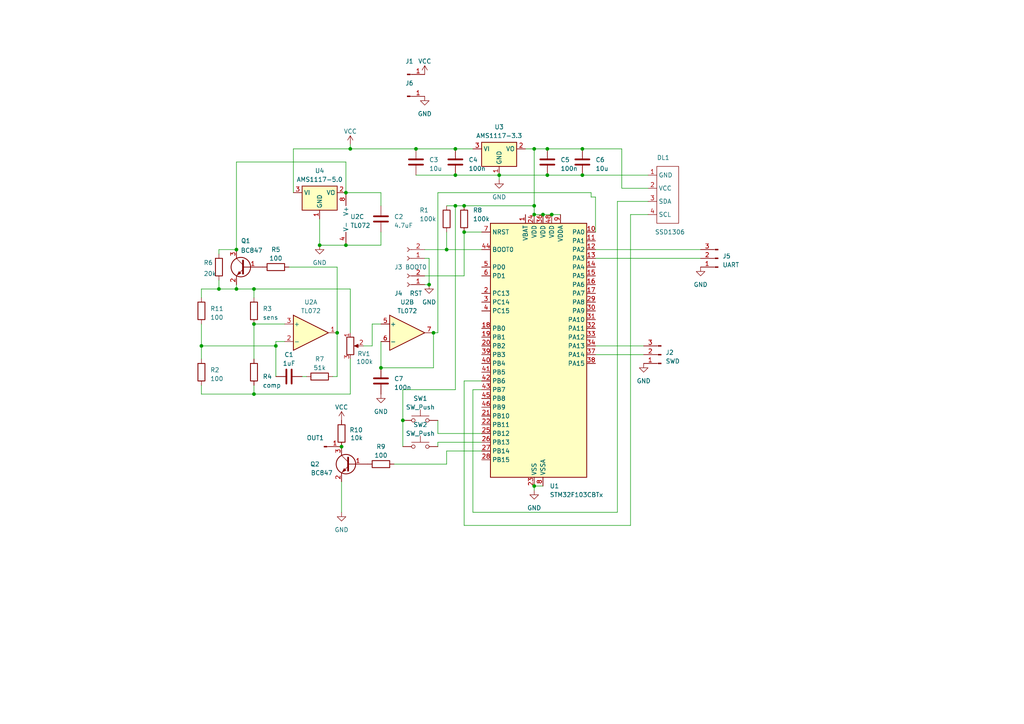
<source format=kicad_sch>
(kicad_sch (version 20231120) (generator "eeschema") (generator_version "8.0")
  (paper "A4")
  (lib_symbols
    (symbol "Amplifier_Operational:TL072" (pin_names (offset 0.127))
      (property "Reference" "U" (at 0 5.08 0))
      (property "Value" "TL072" (at 0 -5.08 0))
      (symbol "TL072_1_1"
        (polyline (pts (xy -5.08 5.08) (xy 5.08 0) (xy -5.08 -5.08) (xy -5.08 5.08)) (stroke (width 0.254)) (fill (type background)))
        (pin output line (at 7.62 0 180) (length 2.54) (name "~") (number "1"))
        (pin input line (at -7.62 -2.54 0) (length 2.54) (name "-") (number "2"))
        (pin input line (at -7.62 2.54 0) (length 2.54) (name "+") (number "3"))
      )
      (symbol "TL072_2_1"
        (polyline (pts (xy -5.08 5.08) (xy 5.08 0) (xy -5.08 -5.08) (xy -5.08 5.08)) (stroke (width 0.254)) (fill (type background)))
        (pin input line (at -7.62 2.54 0) (length 2.54) (name "+") (number "5"))
        (pin input line (at -7.62 -2.54 0) (length 2.54) (name "-") (number "6"))
        (pin output line (at 7.62 0 180) (length 2.54) (name "~") (number "7"))
      )
      (symbol "TL072_3_1"
        (pin power_in line (at -2.54 -7.62 90) (length 3.81) (name "V-") (number "4"))
        (pin power_in line (at -2.54 7.62 270) (length 3.81) (name "V+") (number "8"))
      )
    )
    (symbol "Connector:Conn_01x01_Pin" (pin_names (offset 1.016) hide)
      (property "Reference" "J" (at 0 2.54 0))
      (property "Value" "Conn_01x01_Pin" (at 0 -2.54 0))
      (symbol "Conn_01x01_Pin_1_1"
        (polyline (pts (xy 1.27 0) (xy 0.8636 0)) (stroke (width 0.1524)))
        (rectangle (start 0.8636 0.127) (end 0 -0.127) (stroke (width 0.1524)) (fill (type outline)))
        (pin passive line (at 5.08 0 180) (length 3.81) (name "Pin_1") (number "1"))
      )
    )
    (symbol "Connector:Conn_01x02_Socket" (pin_names (offset 1.016) hide)
      (property "Reference" "J" (at 0 2.54 0))
      (property "Value" "Conn_01x02_Socket" (at 0 -5.08 0))
      (symbol "Conn_01x02_Socket_1_1"
        (arc (start 0 -2.032) (mid -0.5058 -2.54) (end 0 -3.048) (stroke (width 0.1524)))
        (polyline (pts (xy -1.27 -2.54) (xy -0.508 -2.54)) (stroke (width 0.1524)))
        (polyline (pts (xy -1.27 0) (xy -0.508 0)) (stroke (width 0.1524)))
        (arc (start 0 0.508) (mid -0.5058 0) (end 0 -0.508) (stroke (width 0.1524)))
        (pin passive line (at -5.08 0 0) (length 3.81) (name "Pin_1") (number "1"))
        (pin passive line (at -5.08 -2.54 0) (length 3.81) (name "Pin_2") (number "2"))
      )
    )
    (symbol "Connector:Conn_01x03_Pin" (pin_names (offset 1.016) hide)
      (property "Reference" "J" (at 0 5.08 0))
      (property "Value" "Conn_01x03_Pin" (at 0 -5.08 0))
      (symbol "Conn_01x03_Pin_1_1"
        (polyline (pts (xy 1.27 -2.54) (xy 0.8636 -2.54)) (stroke (width 0.1524)))
        (polyline (pts (xy 1.27 0) (xy 0.8636 0)) (stroke (width 0.1524)))
        (polyline (pts (xy 1.27 2.54) (xy 0.8636 2.54)) (stroke (width 0.1524)))
        (rectangle (start 0.8636 -2.413) (end 0 -2.667) (stroke (width 0.1524)) (fill (type outline)))
        (rectangle (start 0.8636 0.127) (end 0 -0.127) (stroke (width 0.1524)) (fill (type outline)))
        (rectangle (start 0.8636 2.667) (end 0 2.413) (stroke (width 0.1524)) (fill (type outline)))
        (pin passive line (at 5.08 2.54 180) (length 3.81) (name "Pin_1") (number "1"))
        (pin passive line (at 5.08 0 180) (length 3.81) (name "Pin_2") (number "2"))
        (pin passive line (at 5.08 -2.54 180) (length 3.81) (name "Pin_3") (number "3"))
      )
    )
    (symbol "Device:C" (pin_numbers hide) (pin_names (offset 0.254))
      (property "Reference" "C" (at 0.635 2.54 0))
      (property "Value" "C" (at 0.635 -2.54 0))
      (symbol "C_0_1"
        (polyline (pts (xy -2.032 -0.762) (xy 2.032 -0.762)) (stroke (width 0.508)))
        (polyline (pts (xy -2.032 0.762) (xy 2.032 0.762)) (stroke (width 0.508)))
      )
      (symbol "C_1_1"
        (pin passive line (at 0 3.81 270) (length 2.794) (name "~") (number "1"))
        (pin passive line (at 0 -3.81 90) (length 2.794) (name "~") (number "2"))
      )
    )
    (symbol "Device:R" (pin_numbers hide) (pin_names (offset 0))
      (property "Reference" "R" (at 2.032 0 90))
      (property "Value" "R" (at 0 0 90))
      (symbol "R_0_1"
        (rectangle (start -1.016 -2.54) (end 1.016 2.54) (stroke (width 0.254)))
      )
      (symbol "R_1_1"
        (pin passive line (at 0 3.81 270) (length 1.27) (name "~") (number "1"))
        (pin passive line (at 0 -3.81 90) (length 1.27) (name "~") (number "2"))
      )
    )
    (symbol "Device:R_Potentiometer" (pin_names (offset 1.016) hide)
      (property "Reference" "RV" (at -4.445 0 90))
      (property "Value" "R_Potentiometer" (at -2.54 0 90))
      (symbol "R_Potentiometer_0_1"
        (polyline (pts (xy 2.54 0) (xy 1.524 0)))
        (polyline (pts (xy 1.143 0) (xy 2.286 0.508) (xy 2.286 -0.508) (xy 1.143 0)) (fill (type outline)))
        (rectangle (start 1.016 2.54) (end -1.016 -2.54) (stroke (width 0.254)))
      )
      (symbol "R_Potentiometer_1_1"
        (pin passive line (at 0 3.81 270) (length 1.27) (name "1") (number "1"))
        (pin passive line (at 3.81 0 180) (length 1.27) (name "2") (number "2"))
        (pin passive line (at 0 -3.81 90) (length 1.27) (name "3") (number "3"))
      )
    )
    (symbol "MCU_ST_STM32F1:STM32F103CBTx"
      (property "Reference" "U" (at -12.7 39.37 0))
      (property "Value" "STM32F103CBTx" (at 10.16 39.37 0))
      (symbol "STM32F103CBTx_0_1"
        (rectangle (start -12.7 -35.56) (end 15.24 38.1) (stroke (width 0.254)) (fill (type background)))
      )
      (symbol "STM32F103CBTx_1_1"
        (pin power_in line (at -2.54 40.64 270) (length 2.54) (name "VBAT") (number "1"))
        (pin bidirectional line (at 17.78 35.56 180) (length 2.54) (name "PA0") (number "10"))
        (pin bidirectional line (at 17.78 33.02 180) (length 2.54) (name "PA1") (number "11"))
        (pin bidirectional line (at 17.78 30.48 180) (length 2.54) (name "PA2") (number "12"))
        (pin bidirectional line (at 17.78 27.94 180) (length 2.54) (name "PA3") (number "13"))
        (pin bidirectional line (at 17.78 25.4 180) (length 2.54) (name "PA4") (number "14"))
        (pin bidirectional line (at 17.78 22.86 180) (length 2.54) (name "PA5") (number "15"))
        (pin bidirectional line (at 17.78 20.32 180) (length 2.54) (name "PA6") (number "16"))
        (pin bidirectional line (at 17.78 17.78 180) (length 2.54) (name "PA7") (number "17"))
        (pin bidirectional line (at -15.24 7.62 0) (length 2.54) (name "PB0") (number "18"))
        (pin bidirectional line (at -15.24 5.08 0) (length 2.54) (name "PB1") (number "19"))
        (pin bidirectional line (at -15.24 17.78 0) (length 2.54) (name "PC13") (number "2"))
        (pin bidirectional line (at -15.24 2.54 0) (length 2.54) (name "PB2") (number "20"))
        (pin bidirectional line (at -15.24 -17.78 0) (length 2.54) (name "PB10") (number "21"))
        (pin bidirectional line (at -15.24 -20.32 0) (length 2.54) (name "PB11") (number "22"))
        (pin power_in line (at 0 -38.1 90) (length 2.54) (name "VSS") (number "23"))
        (pin power_in line (at 0 40.64 270) (length 2.54) (name "VDD") (number "24"))
        (pin bidirectional line (at -15.24 -22.86 0) (length 2.54) (name "PB12") (number "25"))
        (pin bidirectional line (at -15.24 -25.4 0) (length 2.54) (name "PB13") (number "26"))
        (pin bidirectional line (at -15.24 -27.94 0) (length 2.54) (name "PB14") (number "27"))
        (pin bidirectional line (at -15.24 -30.48 0) (length 2.54) (name "PB15") (number "28"))
        (pin bidirectional line (at 17.78 15.24 180) (length 2.54) (name "PA8") (number "29"))
        (pin bidirectional line (at -15.24 15.24 0) (length 2.54) (name "PC14") (number "3"))
        (pin bidirectional line (at 17.78 12.7 180) (length 2.54) (name "PA9") (number "30"))
        (pin bidirectional line (at 17.78 10.16 180) (length 2.54) (name "PA10") (number "31"))
        (pin bidirectional line (at 17.78 7.62 180) (length 2.54) (name "PA11") (number "32"))
        (pin bidirectional line (at 17.78 5.08 180) (length 2.54) (name "PA12") (number "33"))
        (pin bidirectional line (at 17.78 2.54 180) (length 2.54) (name "PA13") (number "34"))
        (pin passive line (at 0 -38.1 90) (length 2.54) hide (name "VSS") (number "35"))
        (pin power_in line (at 2.54 40.64 270) (length 2.54) (name "VDD") (number "36"))
        (pin bidirectional line (at 17.78 0 180) (length 2.54) (name "PA14") (number "37"))
        (pin bidirectional line (at 17.78 -2.54 180) (length 2.54) (name "PA15") (number "38"))
        (pin bidirectional line (at -15.24 0 0) (length 2.54) (name "PB3") (number "39"))
        (pin bidirectional line (at -15.24 12.7 0) (length 2.54) (name "PC15") (number "4"))
        (pin bidirectional line (at -15.24 -2.54 0) (length 2.54) (name "PB4") (number "40"))
        (pin bidirectional line (at -15.24 -5.08 0) (length 2.54) (name "PB5") (number "41"))
        (pin bidirectional line (at -15.24 -7.62 0) (length 2.54) (name "PB6") (number "42"))
        (pin bidirectional line (at -15.24 -10.16 0) (length 2.54) (name "PB7") (number "43"))
        (pin input line (at -15.24 30.48 0) (length 2.54) (name "BOOT0") (number "44"))
        (pin bidirectional line (at -15.24 -12.7 0) (length 2.54) (name "PB8") (number "45"))
        (pin bidirectional line (at -15.24 -15.24 0) (length 2.54) (name "PB9") (number "46"))
        (pin passive line (at 0 -38.1 90) (length 2.54) hide (name "VSS") (number "47"))
        (pin power_in line (at 5.08 40.64 270) (length 2.54) (name "VDD") (number "48"))
        (pin bidirectional line (at -15.24 25.4 0) (length 2.54) (name "PD0") (number "5"))
        (pin bidirectional line (at -15.24 22.86 0) (length 2.54) (name "PD1") (number "6"))
        (pin input line (at -15.24 35.56 0) (length 2.54) (name "NRST") (number "7"))
        (pin power_in line (at 2.54 -38.1 90) (length 2.54) (name "VSSA") (number "8"))
        (pin power_in line (at 7.62 40.64 270) (length 2.54) (name "VDDA") (number "9"))
      )
    )
    (symbol "Oled:SSD1306"
      (property "Reference" "DL" (at 7.62 15.24 0))
      (symbol "SSD1306_0_1"
        (rectangle (start -1.27 16.51) (end 5.08 0))
      )
      (symbol "SSD1306_1_1"
        (pin input line (at -3.81 13.97 0) (length 2.54) (name "GND") (number "1"))
        (pin input line (at -3.81 10.16 0) (length 2.54) (name "VCC") (number "2"))
        (pin input line (at -3.81 6.35 0) (length 2.54) (name "SDA") (number "3"))
        (pin input line (at -3.81 2.54 0) (length 2.54) (name "SCL") (number "4"))
      )
    )
    (symbol "Regulator_Linear:AMS1117-3.3"
      (property "Reference" "U" (at -3.81 3.175 0))
      (property "Value" "AMS1117-3.3" (at 0 3.175 0))
      (symbol "AMS1117-3.3_0_1"
        (rectangle (start -5.08 -5.08) (end 5.08 1.905) (stroke (width 0.254)) (fill (type background)))
      )
      (symbol "AMS1117-3.3_1_1"
        (pin power_in line (at 0 -7.62 90) (length 2.54) (name "GND") (number "1"))
        (pin power_out line (at 7.62 0 180) (length 2.54) (name "VO") (number "2"))
        (pin power_in line (at -7.62 0 0) (length 2.54) (name "VI") (number "3"))
      )
    )
    (symbol "Regulator_Linear:AMS1117-5.0"
      (property "Reference" "U" (at -3.81 3.175 0))
      (property "Value" "AMS1117-5.0" (at 0 3.175 0))
      (symbol "AMS1117-5.0_0_1"
        (rectangle (start -5.08 -5.08) (end 5.08 1.905) (stroke (width 0.254)) (fill (type background)))
      )
      (symbol "AMS1117-5.0_1_1"
        (pin power_in line (at 0 -7.62 90) (length 2.54) (name "GND") (number "1"))
        (pin power_out line (at 7.62 0 180) (length 2.54) (name "VO") (number "2"))
        (pin power_in line (at -7.62 0 0) (length 2.54) (name "VI") (number "3"))
      )
    )
    (symbol "Switch:SW_Push" (pin_numbers hide) (pin_names (offset 1.016) hide)
      (property "Reference" "SW" (at 1.27 2.54 0))
      (property "Value" "SW_Push" (at 0 -1.524 0))
      (symbol "SW_Push_0_1"
        (circle (center -2.032 0) (radius 0.508))
        (polyline (pts (xy 0 1.27) (xy 0 3.048)))
        (polyline (pts (xy 2.54 1.27) (xy -2.54 1.27)))
        (circle (center 2.032 0) (radius 0.508))
        (pin passive line (at -5.08 0 0) (length 2.54) (name "1") (number "1"))
        (pin passive line (at 5.08 0 180) (length 2.54) (name "2") (number "2"))
      )
    )
    (symbol "Transistor_BJT:BC847" (pin_names (offset 0) hide)
      (property "Reference" "Q" (at 5.08 1.905 0))
      (property "Value" "BC847" (at 5.08 0 0))
      (symbol "BC847_0_1"
        (polyline (pts (xy 0.635 0.635) (xy 2.54 2.54)))
        (polyline (pts (xy 0.635 -0.635) (xy 2.54 -2.54) (xy 2.54 -2.54)))
        (polyline (pts (xy 0.635 1.905) (xy 0.635 -1.905) (xy 0.635 -1.905)) (stroke (width 0.508)))
        (polyline (pts (xy 1.27 -1.778) (xy 1.778 -1.27) (xy 2.286 -2.286) (xy 1.27 -1.778) (xy 1.27 -1.778)) (fill (type outline)))
        (circle (center 1.27 0) (radius 2.8194) (stroke (width 0.254)))
      )
      (symbol "BC847_1_1"
        (pin input line (at -5.08 0 0) (length 5.715) (name "B") (number "1"))
        (pin passive line (at 2.54 -5.08 90) (length 2.54) (name "E") (number "2"))
        (pin passive line (at 2.54 5.08 270) (length 2.54) (name "C") (number "3"))
      )
    )
    (symbol "power:GND" (power) (pin_names (offset 0))
      (property "Value" "GND" (at 0 -3.81 0))
      (symbol "GND_0_1"
        (polyline (pts (xy 0 0) (xy 0 -1.27) (xy 1.27 -1.27) (xy 0 -2.54) (xy -1.27 -1.27) (xy 0 -1.27)))
      )
      (symbol "GND_1_1"
        (pin power_in line (at 0 0 270) (length 0) hide (name "GND") (number "1"))
      )
    )
    (symbol "power:VCC" (power) (pin_names (offset 0))
      (property "Value" "VCC" (at 0 3.81 0))
      (symbol "VCC_0_1"
        (polyline (pts (xy -0.762 1.27) (xy 0 2.54)))
        (polyline (pts (xy 0 0) (xy 0 2.54)))
        (polyline (pts (xy 0 2.54) (xy 0.762 1.27)))
      )
      (symbol "VCC_1_1"
        (pin power_in line (at 0 0 90) (length 0) hide (name "VCC") (number "1"))
      )
    )
  )
  (junction (at 154.94 43.18))
  (junction (at 110.49 106.68))
  (junction (at 73.66 114.3))
  (junction (at 158.75 43.18))
  (junction (at 125.73 96.52))
  (junction (at 158.75 50.8))
  (junction (at 101.6 43.18))
  (junction (at 58.42 100.33))
  (junction (at 116.84 121.92))
  (junction (at 134.62 67.31))
  (junction (at 68.58 83.82))
  (junction (at 97.79 96.52))
  (junction (at 154.94 62.23))
  (junction (at 134.62 59.69))
  (junction (at 100.33 55.88))
  (junction (at 129.54 72.39))
  (junction (at 99.06 129.54))
  (junction (at 132.08 43.18))
  (junction (at 124.46 82.55))
  (junction (at 168.91 50.8))
  (junction (at 132.08 59.69))
  (junction (at 63.5 83.82))
  (junction (at 132.08 50.8))
  (junction (at 80.01 100.33))
  (junction (at 73.66 93.98))
  (junction (at 68.58 72.39))
  (junction (at 157.48 62.23))
  (junction (at 168.91 43.18))
  (junction (at 154.94 59.69))
  (junction (at 154.94 140.97))
  (junction (at 73.66 83.82))
  (junction (at 92.71 71.12))
  (junction (at 100.33 71.12))
  (junction (at 120.65 43.18))
  (junction (at 144.78 50.8))
  (junction (at 160.02 62.23))
  (wire (pts (xy 157.48 62.23) (xy 160.02 62.23)))
  (wire (pts (xy 144.78 50.8) (xy 158.75 50.8)))
  (wire (pts (xy 129.54 59.69) (xy 132.08 59.69)))
  (wire (pts (xy 73.66 111.76) (xy 73.66 114.3)))
  (wire (pts (xy 58.42 104.14) (xy 58.42 100.33)))
  (wire (pts (xy 58.42 111.76) (xy 58.42 114.3)))
  (wire (pts (xy 68.58 83.82) (xy 73.66 83.82)))
  (wire (pts (xy 107.95 93.98) (xy 107.95 100.33)))
  (wire (pts (xy 182.88 152.4) (xy 182.88 62.23)))
  (wire (pts (xy 132.08 59.69) (xy 132.08 113.03)))
  (wire (pts (xy 63.5 72.39) (xy 63.5 73.66)))
  (wire (pts (xy 172.72 72.39) (xy 203.2 72.39)))
  (wire (pts (xy 110.49 67.31) (xy 110.49 71.12)))
  (wire (pts (xy 160.02 62.23) (xy 162.56 62.23)))
  (wire (pts (xy 58.42 114.3) (xy 73.66 114.3)))
  (wire (pts (xy 116.84 121.92) (xy 116.84 129.54)))
  (wire (pts (xy 129.54 134.62) (xy 114.3 134.62)))
  (wire (pts (xy 168.91 43.18) (xy 180.34 43.18)))
  (wire (pts (xy 68.58 82.55) (xy 68.58 83.82)))
  (wire (pts (xy 134.62 80.01) (xy 134.62 67.31)))
  (wire (pts (xy 187.96 58.42) (xy 179.07 58.42)))
  (wire (pts (xy 110.49 93.98) (xy 107.95 93.98)))
  (wire (pts (xy 110.49 59.69) (xy 110.49 55.88)))
  (wire (pts (xy 110.49 71.12) (xy 100.33 71.12)))
  (wire (pts (xy 132.08 59.69) (xy 134.62 59.69)))
  (wire (pts (xy 182.88 62.23) (xy 187.96 62.23)))
  (wire (pts (xy 171.45 57.15) (xy 171.45 55.88)))
  (wire (pts (xy 154.94 62.23) (xy 157.48 62.23)))
  (wire (pts (xy 127 55.88) (xy 127 96.52)))
  (wire (pts (xy 168.91 50.8) (xy 187.96 50.8)))
  (wire (pts (xy 101.6 41.91) (xy 101.6 43.18)))
  (wire (pts (xy 152.4 43.18) (xy 154.94 43.18)))
  (wire (pts (xy 58.42 83.82) (xy 58.42 86.36)))
  (wire (pts (xy 58.42 100.33) (xy 80.01 100.33)))
  (wire (pts (xy 158.75 43.18) (xy 168.91 43.18)))
  (wire (pts (xy 68.58 72.39) (xy 63.5 72.39)))
  (wire (pts (xy 154.94 59.69) (xy 154.94 62.23)))
  (wire (pts (xy 158.75 50.8) (xy 168.91 50.8)))
  (wire (pts (xy 85.09 55.88) (xy 85.09 43.18)))
  (wire (pts (xy 101.6 43.18) (xy 120.65 43.18)))
  (wire (pts (xy 73.66 83.82) (xy 73.66 86.36)))
  (wire (pts (xy 87.63 109.22) (xy 88.9 109.22)))
  (wire (pts (xy 68.58 72.39) (xy 68.58 46.99)))
  (wire (pts (xy 82.55 93.98) (xy 73.66 93.98)))
  (wire (pts (xy 101.6 96.52) (xy 101.6 83.82)))
  (wire (pts (xy 154.94 43.18) (xy 154.94 59.69)))
  (wire (pts (xy 123.19 72.39) (xy 129.54 72.39)))
  (wire (pts (xy 110.49 106.68) (xy 125.73 106.68)))
  (wire (pts (xy 139.7 125.73) (xy 127 125.73)))
  (wire (pts (xy 180.34 54.61) (xy 187.96 54.61)))
  (wire (pts (xy 97.79 96.52) (xy 97.79 77.47)))
  (wire (pts (xy 127 128.27) (xy 127 129.54)))
  (wire (pts (xy 80.01 100.33) (xy 80.01 109.22)))
  (wire (pts (xy 110.49 99.06) (xy 110.49 106.68)))
  (wire (pts (xy 132.08 113.03) (xy 116.84 113.03)))
  (wire (pts (xy 139.7 128.27) (xy 127 128.27)))
  (wire (pts (xy 129.54 130.81) (xy 129.54 134.62)))
  (wire (pts (xy 172.72 57.15) (xy 172.72 67.31)))
  (wire (pts (xy 124.46 82.55) (xy 123.19 82.55)))
  (wire (pts (xy 129.54 67.31) (xy 129.54 72.39)))
  (wire (pts (xy 134.62 110.49) (xy 134.62 152.4)))
  (wire (pts (xy 63.5 81.28) (xy 63.5 83.82)))
  (wire (pts (xy 154.94 43.18) (xy 158.75 43.18)))
  (wire (pts (xy 101.6 104.14) (xy 101.6 114.3)))
  (wire (pts (xy 123.19 74.93) (xy 124.46 74.93)))
  (wire (pts (xy 97.79 77.47) (xy 83.82 77.47)))
  (wire (pts (xy 97.79 96.52) (xy 97.79 109.22)))
  (wire (pts (xy 179.07 58.42) (xy 179.07 148.59)))
  (wire (pts (xy 179.07 148.59) (xy 137.16 148.59)))
  (wire (pts (xy 180.34 43.18) (xy 180.34 54.61)))
  (wire (pts (xy 82.55 99.06) (xy 80.01 99.06)))
  (wire (pts (xy 172.72 102.87) (xy 186.69 102.87)))
  (wire (pts (xy 172.72 74.93) (xy 203.2 74.93)))
  (wire (pts (xy 99.06 139.7) (xy 99.06 148.59)))
  (wire (pts (xy 137.16 113.03) (xy 139.7 113.03)))
  (wire (pts (xy 85.09 43.18) (xy 101.6 43.18)))
  (wire (pts (xy 96.52 109.22) (xy 97.79 109.22)))
  (wire (pts (xy 144.78 50.8) (xy 144.78 52.07)))
  (wire (pts (xy 129.54 72.39) (xy 139.7 72.39)))
  (wire (pts (xy 123.19 80.01) (xy 134.62 80.01)))
  (wire (pts (xy 132.08 50.8) (xy 144.78 50.8)))
  (wire (pts (xy 58.42 83.82) (xy 63.5 83.82)))
  (wire (pts (xy 171.45 57.15) (xy 172.72 57.15)))
  (wire (pts (xy 127 125.73) (xy 127 121.92)))
  (wire (pts (xy 92.71 71.12) (xy 100.33 71.12)))
  (wire (pts (xy 171.45 55.88) (xy 127 55.88)))
  (wire (pts (xy 73.66 83.82) (xy 101.6 83.82)))
  (wire (pts (xy 134.62 59.69) (xy 154.94 59.69)))
  (wire (pts (xy 100.33 46.99) (xy 100.33 55.88)))
  (wire (pts (xy 139.7 130.81) (xy 129.54 130.81)))
  (wire (pts (xy 120.65 50.8) (xy 132.08 50.8)))
  (wire (pts (xy 139.7 110.49) (xy 134.62 110.49)))
  (wire (pts (xy 73.66 114.3) (xy 101.6 114.3)))
  (wire (pts (xy 154.94 140.97) (xy 157.48 140.97)))
  (wire (pts (xy 73.66 93.98) (xy 73.66 104.14)))
  (wire (pts (xy 127 96.52) (xy 125.73 96.52)))
  (wire (pts (xy 80.01 100.33) (xy 80.01 99.06)))
  (wire (pts (xy 137.16 148.59) (xy 137.16 113.03)))
  (wire (pts (xy 110.49 55.88) (xy 100.33 55.88)))
  (wire (pts (xy 63.5 83.82) (xy 68.58 83.82)))
  (wire (pts (xy 154.94 140.97) (xy 154.94 142.24)))
  (wire (pts (xy 172.72 100.33) (xy 186.69 100.33)))
  (wire (pts (xy 132.08 43.18) (xy 137.16 43.18)))
  (wire (pts (xy 68.58 46.99) (xy 100.33 46.99)))
  (wire (pts (xy 124.46 74.93) (xy 124.46 82.55)))
  (wire (pts (xy 92.71 63.5) (xy 92.71 71.12)))
  (wire (pts (xy 120.65 43.18) (xy 132.08 43.18)))
  (wire (pts (xy 107.95 100.33) (xy 105.41 100.33)))
  (wire (pts (xy 116.84 113.03) (xy 116.84 121.92)))
  (wire (pts (xy 58.42 93.98) (xy 58.42 100.33)))
  (wire (pts (xy 125.73 106.68) (xy 125.73 96.52)))
  (wire (pts (xy 134.62 67.31) (xy 139.7 67.31)))
  (wire (pts (xy 134.62 152.4) (xy 182.88 152.4)))
  (symbol (lib_id "Oled:SSD1306") (at 191.77 64.77 0) (unit 1)
    (property "Reference" "DL1" (at 190.5 45.72 0) (effects (justify left)))
    (property "Value" "SSD1306" (at 194.31 67.31 0))
    (property "Footprint" "Oled:SSD1306" (effects (hide yes)))
  )
  (symbol (lib_id "power:GND") (at 154.94 142.24 0) (unit 1)
    (property "Reference" "#PWR02" (effects (hide yes)))
    (property "Value" "GND" (at 154.94 147.32 0))
  )
  (symbol (lib_id "power:VCC") (at 101.6 41.91 0) (unit 1)
    (property "Reference" "#PWR04" (effects (hide yes)))
    (property "Value" "VCC" (at 101.6 38.1 0))
    (property "Footprint" "Connector_PinHeader_2.54mm:PinHeader_1x01_P2.54mm_Vertical" (effects (hide yes)))
  )
  (symbol (lib_id "Device:R_Potentiometer") (at 101.6 100.33 0) (unit 1)
    (property "Reference" "RV1" (at 107.442 102.616 0) (effects (justify right)))
    (property "Value" "100k" (at 108.204 104.902 0) (effects (justify right)))
    (property "Footprint" "Potentiometer_SMD:Potentiometer_Bourns_3214G_Horizontal" (effects (hide yes)))
  )
  (symbol (lib_id "Device:R") (at 58.42 90.17 0) (unit 1)
    (property "Reference" "R11" (at 60.96 89.535 0) (effects (justify left)))
    (property "Value" "100" (at 60.96 92.075 0) (effects (justify left)))
    (property "Footprint" "Resistor_SMD:R_1206_3216Metric" (effects (hide yes)))
  )
  (symbol (lib_id "power:GND") (at 92.71 71.12 0) (unit 1)
    (property "Reference" "#PWR01" (effects (hide yes)))
    (property "Value" "GND" (at 92.71 76.2 0))
  )
  (symbol (lib_id "power:VCC") (at 123.19 21.59 0) (unit 1)
    (property "Reference" "#PWR08" (effects (hide yes)))
    (property "Value" "VCC" (at 123.19 17.78 0))
    (property "Footprint" "Connector_PinHeader_2.54mm:PinHeader_1x01_P2.54mm_Vertical" (effects (hide yes)))
  )
  (symbol (lib_id "power:GND") (at 124.46 82.55 0) (unit 1)
    (property "Reference" "#PWR06" (effects (hide yes)))
    (property "Value" "GND" (at 124.46 87.63 0))
  )
  (symbol (lib_id "Device:R") (at 58.42 107.95 0) (unit 1)
    (property "Reference" "R2" (at 60.96 107.315 0) (effects (justify left)))
    (property "Value" "100" (at 60.96 109.855 0) (effects (justify left)))
    (property "Footprint" "Resistor_SMD:R_1206_3216Metric" (effects (hide yes)))
  )
  (symbol (lib_id "Amplifier_Operational:TL072") (at 102.87 63.5 0) (unit 3)
    (property "Reference" "U2" (at 101.6 62.865 0) (effects (justify left)))
    (property "Value" "TL072" (at 101.6 65.405 0) (effects (justify left)))
    (property "Footprint" "Package_SO:SO-8_3.9x4.9mm_P1.27mm" (effects (hide yes)))
    (property "Datasheet" "http://www.ti.com/lit/ds/symlink/tl071.pdf" (effects (hide yes)))
  )
  (symbol (lib_id "Device:C") (at 110.49 63.5 180) (unit 1)
    (property "Reference" "C2" (at 114.3 62.865 0) (effects (justify right)))
    (property "Value" "4.7uF" (at 114.3 65.405 0) (effects (justify right)))
    (property "Footprint" "Capacitor_SMD:C_1206_3216Metric" (effects (hide yes)))
  )
  (symbol (lib_id "Amplifier_Operational:TL072") (at 118.11 96.52 0) (unit 2)
    (property "Reference" "U2" (at 118.11 87.63 0))
    (property "Value" "TL072" (at 118.11 90.17 0))
    (property "Footprint" "Package_SO:SO-8_3.9x4.9mm_P1.27mm" (effects (hide yes)))
    (property "Datasheet" "http://www.ti.com/lit/ds/symlink/tl071.pdf" (effects (hide yes)))
  )
  (symbol (lib_id "Device:R") (at 99.06 125.73 180) (unit 1)
    (property "Reference" "R10" (at 101.346 124.714 0) (effects (justify right)))
    (property "Value" "10k" (at 101.6 127 0) (effects (justify right)))
    (property "Footprint" "Resistor_SMD:R_1206_3216Metric" (effects (hide yes)))
  )
  (symbol (lib_id "Device:C") (at 158.75 46.99 180) (unit 1)
    (property "Reference" "C5" (at 162.56 46.355 0) (effects (justify right)))
    (property "Value" "100n" (at 162.56 48.895 0) (effects (justify right)))
    (property "Footprint" "Capacitor_SMD:C_1206_3216Metric" (effects (hide yes)))
  )
  (symbol (lib_id "Connector:Conn_01x02_Socket") (at 118.11 82.55 180) (unit 1)
    (property "Reference" "J4" (at 115.57 85.09 0))
    (property "Value" "RST" (at 120.65 85.09 0))
    (property "Footprint" "Jumper:SolderJumper-2_P1.3mm_Open_Pad1.0x1.5mm" (effects (hide yes)))
  )
  (symbol (lib_id "Regulator_Linear:AMS1117-5.0") (at 92.71 55.88 0) (unit 1)
    (property "Reference" "U4" (at 92.71 49.53 0))
    (property "Value" "AMS1117-5.0" (at 92.71 52.07 0))
    (property "Footprint" "Package_TO_SOT_SMD:SOT-223-3_TabPin2" (effects (hide yes)))
    (property "Datasheet" "http://www.advanced-monolithic.com/pdf/ds1117.pdf" (effects (hide yes)))
  )
  (symbol (lib_id "Device:C") (at 83.82 109.22 90) (unit 1)
    (property "Reference" "C1" (at 83.82 102.87 90))
    (property "Value" "1uF" (at 83.82 105.41 90))
    (property "Footprint" "Capacitor_SMD:C_1206_3216Metric" (effects (hide yes)))
  )
  (symbol (lib_id "Device:C") (at 110.49 110.49 180) (unit 1)
    (property "Reference" "C7" (at 114.3 109.855 0) (effects (justify right)))
    (property "Value" "100n" (at 114.3 112.395 0) (effects (justify right)))
    (property "Footprint" "Capacitor_SMD:C_1206_3216Metric" (effects (hide yes)))
  )
  (symbol (lib_id "Device:R") (at 134.62 63.5 0) (unit 1)
    (property "Reference" "R8" (at 137.16 60.96 0) (effects (justify left)))
    (property "Value" "100k" (at 137.16 63.5 0) (effects (justify left)))
    (property "Footprint" "Resistor_SMD:R_1206_3216Metric" (effects (hide yes)))
  )
  (symbol (lib_id "Transistor_BJT:BC847") (at 71.12 77.47 0) (mirror y) (unit 1)
    (property "Reference" "Q1" (at 72.644 69.85 0) (effects (justify left)))
    (property "Value" "BC847" (at 76.2 72.644 0) (effects (justify left)))
    (property "Footprint" "Package_TO_SOT_SMD:SOT-23" (effects (hide yes)))
    (property "Datasheet" "http://www.infineon.com/dgdl/Infineon-BC847SERIES_BC848SERIES_BC849SERIES_BC850SERIES-DS-v01_01-en.pdf?fileId=db3a304314dca389011541d4630a1657" (effects (hide yes)))
  )
  (symbol (lib_id "Device:R") (at 80.01 77.47 90) (unit 1)
    (property "Reference" "R5" (at 80.01 72.39 90))
    (property "Value" "100" (at 80.01 74.93 90))
    (property "Footprint" "Resistor_SMD:R_1206_3216Metric" (effects (hide yes)))
  )
  (symbol (lib_id "power:GND") (at 144.78 52.07 0) (unit 1)
    (property "Reference" "#PWR03" (effects (hide yes)))
    (property "Value" "GND" (at 144.78 57.15 0))
    (property "Footprint" "Connector_PinHeader_2.54mm:PinHeader_1x01_P2.54mm_Vertical" (effects (hide yes)))
  )
  (symbol (lib_id "Transistor_BJT:BC847") (at 101.6 134.62 0) (mirror y) (unit 1)
    (property "Reference" "Q2" (at 92.71 134.62 0) (effects (justify left)))
    (property "Value" "BC847" (at 96.52 137.16 0) (effects (justify left)))
    (property "Footprint" "Package_TO_SOT_SMD:SOT-23" (effects (hide yes)))
    (property "Datasheet" "http://www.infineon.com/dgdl/Infineon-BC847SERIES_BC848SERIES_BC849SERIES_BC850SERIES-DS-v01_01-en.pdf?fileId=db3a304314dca389011541d4630a1657" (effects (hide yes)))
  )
  (symbol (lib_id "Device:R") (at 92.71 109.22 90) (unit 1)
    (property "Reference" "R7" (at 92.71 104.14 90))
    (property "Value" "51k" (at 92.71 106.68 90))
    (property "Footprint" "Resistor_SMD:R_1206_3216Metric" (effects (hide yes)))
  )
  (symbol (lib_id "power:GND") (at 99.06 148.59 0) (unit 1)
    (property "Reference" "#PWR010" (effects (hide yes)))
    (property "Value" "GND" (at 99.06 153.67 0))
  )
  (symbol (lib_id "Connector:Conn_01x03_Pin") (at 191.77 102.87 180) (unit 1)
    (property "Reference" "J2" (at 193.04 102.235 0) (effects (justify right)))
    (property "Value" "SWD" (at 193.04 104.775 0) (effects (justify right)))
    (property "Footprint" "Jumper:SolderJumper-3_P1.3mm_Open_RoundedPad1.0x1.5mm_NumberLabels" (effects (hide yes)))
  )
  (symbol (lib_id "Connector:Conn_01x01_Pin") (at 118.11 27.94 0) (unit 1)
    (property "Reference" "J6" (at 118.745 24.13 0))
    (property "Value" "Conn_01x01_Pin" (effects (hide yes)))
    (property "Footprint" "TestPoint:TestPoint_THTPad_D2.0mm_Drill1.0mm" (effects (hide yes)))
  )
  (symbol (lib_id "Connector:Conn_01x02_Socket") (at 118.11 74.93 180) (unit 1)
    (property "Reference" "J3" (at 115.57 77.47 0))
    (property "Value" "BOOT0" (at 120.65 77.47 0))
    (property "Footprint" "Jumper:SolderJumper-2_P1.3mm_Open_Pad1.0x1.5mm" (effects (hide yes)))
  )
  (symbol (lib_id "Device:C") (at 120.65 46.99 180) (unit 1)
    (property "Reference" "C3" (at 124.46 46.355 0) (effects (justify right)))
    (property "Value" "10u" (at 124.46 48.895 0) (effects (justify right)))
    (property "Footprint" "Capacitor_SMD:C_1206_3216Metric" (effects (hide yes)))
  )
  (symbol (lib_id "Device:R") (at 129.54 63.5 0) (unit 1)
    (property "Reference" "R1" (at 121.666 60.96 0) (effects (justify left)))
    (property "Value" "100k" (at 121.666 63.5 0) (effects (justify left)))
    (property "Footprint" "Resistor_SMD:R_1206_3216Metric" (effects (hide yes)))
  )
  (symbol (lib_id "power:VCC") (at 99.06 121.92 0) (unit 1)
    (property "Reference" "#PWR011" (effects (hide yes)))
    (property "Value" "VCC" (at 99.06 118.11 0))
    (property "Footprint" "Connector_PinHeader_2.54mm:PinHeader_1x01_P2.54mm_Vertical" (effects (hide yes)))
  )
  (symbol (lib_id "Device:R") (at 63.5 77.47 0) (unit 1)
    (property "Reference" "R6" (at 59.055 76.2 0) (effects (justify left)))
    (property "Value" "20k" (at 59.055 79.375 0) (effects (justify left)))
    (property "Footprint" "Resistor_SMD:R_1206_3216Metric" (effects (hide yes)))
  )
  (symbol (lib_id "Connector:Conn_01x03_Pin") (at 208.28 74.93 180) (unit 1)
    (property "Reference" "J5" (at 209.55 74.295 0) (effects (justify right)))
    (property "Value" "UART" (at 209.55 76.835 0) (effects (justify right)))
    (property "Footprint" "Jumper:SolderJumper-3_P1.3mm_Open_RoundedPad1.0x1.5mm_NumberLabels" (effects (hide yes)))
  )
  (symbol (lib_id "Device:R") (at 73.66 90.17 0) (unit 1)
    (property "Reference" "R3" (at 76.2 89.535 0) (effects (justify left)))
    (property "Value" "sens" (at 76.2 92.075 0) (effects (justify left)))
    (property "Footprint" "Resistor_THT:R_Axial_DIN0204_L3.6mm_D1.6mm_P2.54mm_Vertical" (effects (hide yes)))
  )
  (symbol (lib_id "power:GND") (at 123.19 27.94 0) (unit 1)
    (property "Reference" "#PWR09" (effects (hide yes)))
    (property "Value" "GND" (at 123.19 33.02 0))
  )
  (symbol (lib_id "Device:R") (at 73.66 107.95 0) (unit 1)
    (property "Reference" "R4" (at 76.2 109.22 0) (effects (justify left)))
    (property "Value" "comp" (at 76.2 111.76 0) (effects (justify left)))
    (property "Footprint" "Resistor_THT:R_Axial_DIN0204_L3.6mm_D1.6mm_P2.54mm_Vertical" (effects (hide yes)))
  )
  (symbol (lib_id "Device:C") (at 168.91 46.99 180) (unit 1)
    (property "Reference" "C6" (at 172.72 46.355 0) (effects (justify right)))
    (property "Value" "10u" (at 172.72 48.895 0) (effects (justify right)))
    (property "Footprint" "Capacitor_SMD:C_1206_3216Metric" (effects (hide yes)))
  )
  (symbol (lib_id "power:GND") (at 186.69 105.41 0) (unit 1)
    (property "Reference" "#PWR05" (effects (hide yes)))
    (property "Value" "GND" (at 186.69 110.49 0))
  )
  (symbol (lib_id "Switch:SW_Push") (at 121.92 129.54 0) (unit 1)
    (property "Reference" "SW2" (at 121.92 123.19 0))
    (property "Value" "SW_Push" (at 121.92 125.73 0))
    (property "Footprint" "Button_Switch_THT:SW_PUSH_6mm_H13mm" (effects (hide yes)))
  )
  (symbol (lib_id "power:GND") (at 203.2 77.47 0) (unit 1)
    (property "Reference" "#PWR07" (effects (hide yes)))
    (property "Value" "GND" (at 203.2 82.55 0))
  )
  (symbol (lib_id "Device:C") (at 132.08 46.99 180) (unit 1)
    (property "Reference" "C4" (at 135.89 46.355 0) (effects (justify right)))
    (property "Value" "100n" (at 135.89 48.895 0) (effects (justify right)))
    (property "Footprint" "Capacitor_SMD:C_1206_3216Metric" (effects (hide yes)))
  )
  (symbol (lib_id "power:GND") (at 110.49 114.3 0) (unit 1)
    (property "Reference" "#PWR012" (effects (hide yes)))
    (property "Value" "GND" (at 110.49 119.38 0))
  )
  (symbol (lib_id "MCU_ST_STM32F1:STM32F103CBTx") (at 154.94 102.87 0) (unit 1)
    (property "Reference" "U1" (at 159.4359 140.97 0) (effects (justify left)))
    (property "Value" "STM32F103CBTx" (at 159.4359 143.51 0) (effects (justify left)))
    (property "Footprint" "Package_QFP:LQFP-48_7x7mm_P0.5mm" (effects (hide yes)))
    (property "Datasheet" "https://www.st.com/resource/en/datasheet/stm32f103cb.pdf" (effects (hide yes)))
  )
  (symbol (lib_id "Switch:SW_Push") (at 121.92 121.92 0) (unit 1)
    (property "Reference" "SW1" (at 121.92 115.57 0))
    (property "Value" "SW_Push" (at 121.92 118.11 0))
    (property "Footprint" "Button_Switch_THT:SW_PUSH_6mm_H13mm" (effects (hide yes)))
  )
  (symbol (lib_id "Regulator_Linear:AMS1117-3.3") (at 144.78 43.18 0) (unit 1)
    (property "Reference" "U3" (at 144.78 36.83 0))
    (property "Value" "AMS1117-3.3" (at 144.78 39.37 0))
    (property "Footprint" "Package_TO_SOT_SMD:SOT-223-3_TabPin2" (effects (hide yes)))
    (property "Datasheet" "http://www.advanced-monolithic.com/pdf/ds1117.pdf" (effects (hide yes)))
  )
  (symbol (lib_id "Device:R") (at 110.49 134.62 90) (unit 1)
    (property "Reference" "R9" (at 110.49 129.54 90))
    (property "Value" "100" (at 110.49 132.08 90))
    (property "Footprint" "Resistor_SMD:R_1206_3216Metric" (effects (hide yes)))
  )
  (symbol (lib_id "Connector:Conn_01x01_Pin") (at 93.98 129.54 0) (unit 1)
    (property "Reference" "OUT1" (at 91.44 127 0))
    (property "Value" "Conn_01x01_Pin" (effects (hide yes)))
    (property "Footprint" "TestPoint:TestPoint_THTPad_D2.0mm_Drill1.0mm" (effects (hide yes)))
  )
  (symbol (lib_id "Connector:Conn_01x01_Pin") (at 118.11 21.59 0) (unit 1)
    (property "Reference" "J1" (at 118.745 17.78 0))
    (property "Value" "Conn_01x01_Pin" (effects (hide yes)))
    (property "Footprint" "TestPoint:TestPoint_THTPad_D2.0mm_Drill1.0mm" (effects (hide yes)))
  )
  (symbol (lib_id "Amplifier_Operational:TL072") (at 90.17 96.52 0) (unit 1)
    (property "Reference" "U2" (at 90.17 87.63 0))
    (property "Value" "TL072" (at 90.17 90.17 0))
    (property "Footprint" "Package_SO:SO-8_3.9x4.9mm_P1.27mm" (effects (hide yes)))
    (property "Datasheet" "http://www.ti.com/lit/ds/symlink/tl071.pdf" (effects (hide yes)))
  )
)
</source>
